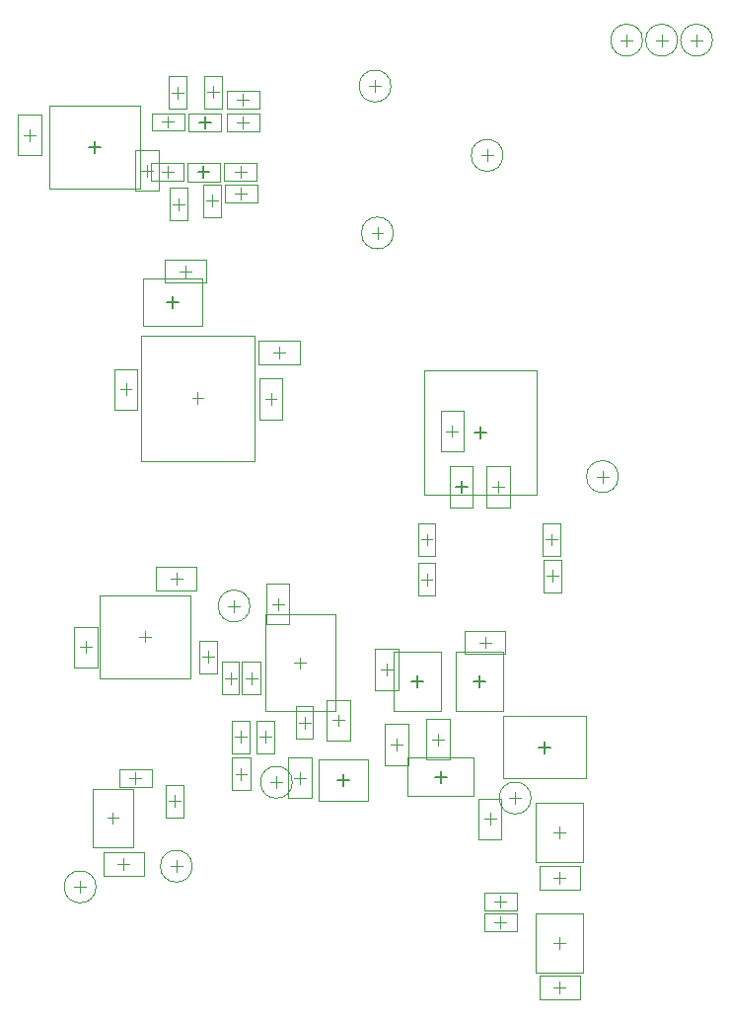
<source format=gbr>
G04 Layer_Color=32768*
%FSLAX26Y26*%
%MOIN*%
%TF.FileFunction,Other,Mechanical_15*%
%TF.Part,Single*%
G01*
G75*
%TA.AperFunction,NonConductor*%
%ADD51C,0.003937*%
%ADD53C,0.005000*%
%ADD81C,0.001968*%
D51*
X303465Y-2162207D02*
Y-2122837D01*
X283780Y-2142522D02*
X323150D01*
X598465Y-1077207D02*
Y-1037837D01*
X578780Y-1057522D02*
X618150D01*
X-170000Y241313D02*
Y280683D01*
X-189685Y260998D02*
X-150315D01*
X-1166535Y-2462207D02*
Y-2422837D01*
X-1186220Y-2442522D02*
X-1146850D01*
X680354Y396140D02*
Y435510D01*
X660669Y415825D02*
X700039D01*
X798465Y396140D02*
Y435510D01*
X778780Y415825D02*
X818150D01*
X916575Y396140D02*
Y435510D01*
X896890Y415825D02*
X936260D01*
X-841535Y-2392207D02*
Y-2352837D01*
X-861220Y-2372522D02*
X-821850D01*
X209000Y7313D02*
Y46683D01*
X189315Y26998D02*
X228685D01*
X-646307Y-1513892D02*
Y-1474522D01*
X-665992Y-1494207D02*
X-626622D01*
X-503307Y-2108892D02*
Y-2069522D01*
X-522992Y-2089207D02*
X-483622D01*
X-162000Y-254687D02*
Y-215317D01*
X-181685Y-235002D02*
X-142315D01*
X-635685Y214000D02*
X-596315D01*
X-616000Y194315D02*
Y233685D01*
X-635685Y139000D02*
X-596315D01*
X-616000Y119315D02*
Y158685D01*
X-643685Y-28000D02*
X-604315D01*
X-624000Y-47685D02*
Y-8315D01*
X-1146536Y-1652208D02*
Y-1612838D01*
X-1166220Y-1632522D02*
X-1126850D01*
X453464Y-2802206D02*
Y-2762836D01*
X433780Y-2782522D02*
X473150D01*
X453464Y-2652208D02*
Y-2612838D01*
X433780Y-2632522D02*
X473150D01*
X453464Y-2432206D02*
Y-2392836D01*
X433780Y-2412522D02*
X473150D01*
X453464Y-2277208D02*
Y-2237838D01*
X433780Y-2257522D02*
X473150D01*
X-1039126Y-2365152D02*
X-999756D01*
X-1019440Y-2384836D02*
Y-2345466D01*
X-1055740Y-2229726D02*
Y-2190356D01*
X-1075424Y-2210042D02*
X-1036054D01*
X-442714Y-1686748D02*
X-403344D01*
X-423030Y-1706434D02*
Y-1667064D01*
X-131030Y-1728434D02*
Y-1689064D01*
X-150716Y-1708748D02*
X-111346D01*
X218466Y-2232208D02*
Y-2192838D01*
X198782Y-2212522D02*
X238152D01*
X43694Y-1963890D02*
Y-1924520D01*
X24010Y-1944206D02*
X63380D01*
X182262Y-1617206D02*
X221632D01*
X201946Y-1636890D02*
Y-1597520D01*
X-96306Y-1981096D02*
Y-1941726D01*
X-115992Y-1961410D02*
X-76622D01*
X-423306Y-2093890D02*
Y-2054520D01*
X-442990Y-2074206D02*
X-403620D01*
X-1012000Y-782686D02*
Y-743316D01*
X-1031684Y-763002D02*
X-992314D01*
X-522000Y-814686D02*
Y-775316D01*
X-541684Y-795002D02*
X-502314D01*
X-830684Y-364002D02*
X-791314D01*
X-811000Y-383686D02*
Y-344316D01*
X-1338000Y76108D02*
Y115478D01*
X-1357684Y95794D02*
X-1318314D01*
X-940000Y-43686D02*
Y-4316D01*
X-959684Y-24002D02*
X-920314D01*
X246582Y-1111846D02*
Y-1072474D01*
X226896Y-1092160D02*
X266266D01*
X90716Y-923278D02*
Y-883908D01*
X71030Y-903592D02*
X110400D01*
X-293416Y-1899798D02*
Y-1860426D01*
X-313100Y-1880112D02*
X-273730D01*
X-498416Y-1507000D02*
Y-1467630D01*
X-518102Y-1487316D02*
X-478732D01*
X-860984Y-1402088D02*
X-821614D01*
X-841300Y-1421772D02*
Y-1382402D01*
X4694Y-1423890D02*
Y-1384520D01*
X-14990Y-1404206D02*
X24380D01*
X429694Y-1411890D02*
Y-1372520D01*
X410010Y-1392206D02*
X449380D01*
X426694Y-1289890D02*
Y-1250520D01*
X407010Y-1270206D02*
X446380D01*
X4694Y-1289890D02*
Y-1250520D01*
X-14990Y-1270206D02*
X24380D01*
X-967990Y-1597206D02*
X-928620D01*
X-948306Y-1616890D02*
Y-1577520D01*
X-856684Y239000D02*
X-817314D01*
X-837000Y219316D02*
Y258686D01*
X-623000Y-120684D02*
Y-81314D01*
X-642684Y-101000D02*
X-603314D01*
X-853684Y-138002D02*
X-814314D01*
X-834000Y-157686D02*
Y-118316D01*
X-871000Y-48702D02*
Y-9332D01*
X-890684Y-29018D02*
X-851314D01*
X-740684Y-126002D02*
X-701314D01*
X-721000Y-145686D02*
Y-106316D01*
X-736684Y241000D02*
X-697314D01*
X-717000Y221316D02*
Y260686D01*
X-870000Y120314D02*
Y159684D01*
X-889684Y139998D02*
X-850314D01*
X-678102Y-1737316D02*
X-638730D01*
X-658416Y-1757000D02*
Y-1717630D01*
X-642990Y-1936206D02*
X-603620D01*
X-623306Y-1955890D02*
Y-1916520D01*
X-754246Y-1665842D02*
X-714876D01*
X-734562Y-1685526D02*
Y-1646156D01*
X-560990Y-1936206D02*
X-521620D01*
X-541306Y-1955890D02*
Y-1916520D01*
X253464Y-2582208D02*
Y-2542838D01*
X233778Y-2562522D02*
X273148D01*
X253464Y-2512206D02*
Y-2472836D01*
X233780Y-2492522D02*
X273150D01*
X-428102Y-1887316D02*
X-388730D01*
X-408416Y-1907000D02*
Y-1867630D01*
X-769000Y-812686D02*
Y-773316D01*
X-788684Y-793002D02*
X-749314D01*
X-608100Y-1737316D02*
X-568730D01*
X-588416Y-1757002D02*
Y-1717630D01*
X-641990Y-2061206D02*
X-602620D01*
X-622306Y-2080890D02*
Y-2041520D01*
X-494000Y-658686D02*
Y-619316D01*
X-513684Y-639002D02*
X-474314D01*
X-866220Y-2152522D02*
X-826850D01*
X-846534Y-2172206D02*
Y-2132836D01*
X-979440Y-2094836D02*
Y-2055466D01*
X-999124Y-2075152D02*
X-959754D01*
D53*
X101898Y-1092160D02*
X141268D01*
X121582Y-1111846D02*
Y-1072476D01*
X-296392Y-2081922D02*
X-257022D01*
X-276708Y-2101608D02*
Y-2062238D01*
X-744000Y118316D02*
Y157686D01*
X-763686Y138002D02*
X-724316D01*
X-749000Y-48686D02*
Y-9316D01*
X-768686Y-29000D02*
X-729316D01*
X185716Y-927278D02*
Y-887908D01*
X166030Y-907592D02*
X205400D01*
X-1135662Y54456D02*
X-1096292D01*
X-1115976Y34770D02*
Y74140D01*
X183372Y-1768998D02*
Y-1729628D01*
X163686Y-1749314D02*
X203056D01*
X-26798Y-1767434D02*
Y-1728064D01*
X-46484Y-1747748D02*
X-7114D01*
X382742Y-1970702D02*
X422112D01*
X402426Y-1990386D02*
Y-1951016D01*
X32466Y-2071174D02*
X71836D01*
X52150Y-2090860D02*
Y-2051490D01*
X-872684Y-468002D02*
X-833314D01*
X-853000Y-487686D02*
Y-448316D01*
D81*
X357402Y-2142522D02*
G03*
X357402Y-2142522I-53937J0D01*
G01*
X652402Y-1057522D02*
G03*
X652402Y-1057522I-53937J0D01*
G01*
X-116063Y260998D02*
G03*
X-116063Y260998I-53937J0D01*
G01*
X-1112598Y-2442522D02*
G03*
X-1112598Y-2442522I-53937J0D01*
G01*
X734291Y415825D02*
G03*
X734291Y415825I-53937J0D01*
G01*
X852402D02*
G03*
X852402Y415825I-53937J0D01*
G01*
X970512D02*
G03*
X970512Y415825I-53937J0D01*
G01*
X-787598Y-2372522D02*
G03*
X-787598Y-2372522I-53937J0D01*
G01*
X262937Y26998D02*
G03*
X262937Y26998I-53937J0D01*
G01*
X-592370Y-1494207D02*
G03*
X-592370Y-1494207I-53937J0D01*
G01*
X-449370Y-2089207D02*
G03*
X-449370Y-2089207I-53937J0D01*
G01*
X-108063Y-235002D02*
G03*
X-108063Y-235002I-53937J0D01*
G01*
X-560882Y184472D02*
Y243528D01*
X-671118Y184472D02*
Y243528D01*
Y184472D02*
X-560882D01*
X-671118Y243528D02*
X-560882D01*
Y109472D02*
Y168528D01*
X-671118Y109472D02*
Y168528D01*
Y109472D02*
X-560882D01*
X-671118Y168528D02*
X-560882D01*
X-568882Y-57528D02*
Y1528D01*
X-679118Y-57528D02*
Y1528D01*
Y-57528D02*
X-568882D01*
X-679118Y1528D02*
X-568882D01*
X-1185906Y-1563626D02*
X-1107166D01*
X-1185906Y-1701420D02*
X-1107166D01*
Y-1563626D01*
X-1185906Y-1701420D02*
Y-1563626D01*
X384568Y-2821892D02*
X522362D01*
X384568Y-2743152D02*
X522362D01*
Y-2821892D02*
Y-2743152D01*
X384568Y-2821892D02*
Y-2743152D01*
X372756Y-2532128D02*
X534174D01*
X372756Y-2732916D02*
X534174D01*
Y-2532128D01*
X372756Y-2732916D02*
Y-2532128D01*
X384568Y-2451892D02*
X522362D01*
X384568Y-2373152D02*
X522362D01*
Y-2451892D02*
Y-2373152D01*
X384568Y-2451892D02*
Y-2373152D01*
X372756Y-2157128D02*
X534174D01*
X372756Y-2357916D02*
X534174D01*
Y-2157128D01*
X372756Y-2357916D02*
Y-2157128D01*
X-1088338Y-2404522D02*
Y-2325782D01*
X-950542Y-2404522D02*
Y-2325782D01*
X-1088338Y-2404522D02*
X-950542D01*
X-1088338Y-2325782D02*
X-950542D01*
X-1124638Y-2110632D02*
X-986842D01*
X-1124638Y-2309450D02*
X-986842D01*
X-1124638D02*
Y-2110632D01*
X-986842Y-2309450D02*
Y-2110632D01*
X-304920Y-1850134D02*
Y-1523364D01*
X-541140Y-1850134D02*
Y-1523364D01*
X-304920D01*
X-541140Y-1850134D02*
X-304920D01*
X-170400Y-1777646D02*
X-91660D01*
X-170400Y-1639852D02*
X-91660D01*
X-170400Y-1777646D02*
Y-1639852D01*
X-91660Y-1777646D02*
Y-1639852D01*
X179096Y-2143624D02*
X257836D01*
X179096Y-2281420D02*
X257836D01*
Y-2143624D01*
X179096Y-2281420D02*
Y-2143624D01*
X4324Y-2013104D02*
X83064D01*
X4324Y-1875308D02*
X83064D01*
Y-2013104D02*
Y-1875308D01*
X4324Y-2013104D02*
Y-1875308D01*
X270844Y-1656576D02*
Y-1577836D01*
X133048Y-1656576D02*
Y-1577836D01*
Y-1656576D02*
X270844D01*
X133048Y-1577836D02*
X270844D01*
X-135676Y-2030308D02*
X-56936D01*
X-135676Y-1892512D02*
X-56936D01*
X-135676Y-2030308D02*
Y-1892512D01*
X-56936Y-2030308D02*
Y-1892512D01*
X-462676Y-2143104D02*
X-383936D01*
X-462676Y-2005308D02*
X-383936D01*
X-462676Y-2143104D02*
Y-2005308D01*
X-383936Y-2143104D02*
Y-2005308D01*
X-1051370Y-694104D02*
X-972630D01*
X-1051370Y-831900D02*
X-972630D01*
Y-694104D01*
X-1051370Y-831900D02*
Y-694104D01*
X-561370Y-726104D02*
X-482630D01*
X-561370Y-863900D02*
X-482630D01*
Y-726104D01*
X-561370Y-863900D02*
Y-726104D01*
X-879898Y-403372D02*
Y-324632D01*
X-742102Y-403372D02*
Y-324632D01*
X-879898D02*
X-742102D01*
X-879898Y-403372D02*
X-742102D01*
X-1377370Y26896D02*
X-1298630D01*
X-1377370Y164692D02*
X-1298630D01*
X-1377370Y26896D02*
Y164692D01*
X-1298630Y26896D02*
Y164692D01*
X-979370Y44896D02*
X-900630D01*
X-979370Y-92900D02*
X-900630D01*
X-979370D02*
Y44896D01*
X-900630Y-92900D02*
Y44896D01*
X207212Y-1023262D02*
X285952D01*
X207212Y-1161058D02*
X285952D01*
X207212D02*
Y-1023262D01*
X285952Y-1161058D02*
Y-1023262D01*
X51346Y-972490D02*
X130086D01*
X51346Y-834696D02*
X130086D01*
Y-972490D02*
Y-834696D01*
X51346Y-972490D02*
Y-834696D01*
X-332786Y-1811214D02*
X-254046D01*
X-332786Y-1949010D02*
X-254046D01*
Y-1811214D01*
X-332786Y-1949010D02*
Y-1811214D01*
X-537786Y-1556214D02*
X-459046D01*
X-537786Y-1418418D02*
X-459046D01*
X-537786Y-1556214D02*
Y-1418418D01*
X-459046Y-1556214D02*
Y-1418418D01*
X-910198Y-1441458D02*
Y-1362718D01*
X-772402Y-1441458D02*
Y-1362718D01*
X-910198D02*
X-772402D01*
X-910198Y-1441458D02*
X-772402D01*
X-24834Y-1459324D02*
X34222D01*
X-24834Y-1349088D02*
X34222D01*
X-24834Y-1459324D02*
Y-1349088D01*
X34222Y-1459324D02*
Y-1349088D01*
X400166Y-1447324D02*
X459222D01*
X400166Y-1337088D02*
X459222D01*
X400166Y-1447324D02*
Y-1337088D01*
X459222Y-1447324D02*
Y-1337088D01*
X397166Y-1325324D02*
X456222D01*
X397166Y-1215088D02*
X456222D01*
X397166Y-1325324D02*
Y-1215088D01*
X456222Y-1325324D02*
Y-1215088D01*
X-24834Y-1325324D02*
X34222D01*
X-24834Y-1215088D02*
X34222D01*
X-24834Y-1325324D02*
Y-1215088D01*
X34222Y-1325324D02*
Y-1215088D01*
X-1101850Y-1736970D02*
Y-1457442D01*
X-794762Y-1736970D02*
Y-1457442D01*
X-1101850D02*
X-794762D01*
X-1101850Y-1736970D02*
X-794762D01*
X160952Y-1161058D02*
Y-1023262D01*
X82212Y-1161058D02*
Y-1023262D01*
Y-1161058D02*
X160952D01*
X82212Y-1023262D02*
X160952D01*
X-359384Y-2150820D02*
Y-2013024D01*
X-194030Y-2150820D02*
Y-2013024D01*
X-359384D02*
X-194030D01*
X-359384Y-2150820D02*
X-194030D01*
X-799118Y169498D02*
X-688882D01*
X-799118Y106504D02*
X-688882D01*
X-799118D02*
Y169498D01*
X-688882Y106504D02*
Y169498D01*
X-804118Y2496D02*
X-693882D01*
X-804118Y-60498D02*
X-693882D01*
X-804118D02*
Y2496D01*
X-693882Y-60498D02*
Y2496D01*
X-5230Y-696964D02*
X376660D01*
X-5230Y-1118222D02*
X376660D01*
X-5230D02*
Y-696964D01*
X376660Y-1118222D02*
Y-696964D01*
X-1269520Y-85308D02*
Y194218D01*
X-962432Y-85308D02*
Y194218D01*
X-1269520D02*
X-962432D01*
X-1269520Y-85308D02*
X-962432D01*
X102662Y-1849708D02*
X264080D01*
X102662Y-1648920D02*
X264080D01*
X102662Y-1849708D02*
Y-1648920D01*
X264080Y-1849708D02*
Y-1648920D01*
X-107508Y-1848142D02*
X53910D01*
X-107508Y-1647356D02*
X53910D01*
X-107508Y-1848142D02*
Y-1647356D01*
X53910Y-1848142D02*
Y-1647356D01*
X262662Y-2075032D02*
Y-1866370D01*
X542190Y-2075032D02*
Y-1866370D01*
X262662D02*
X542190D01*
X262662Y-2075032D02*
X542190D01*
X164356Y-2136134D02*
Y-2006214D01*
X-60054Y-2136134D02*
Y-2006214D01*
Y-2136134D02*
X164356D01*
X-60054Y-2006214D02*
X164356D01*
X-953394Y-548710D02*
Y-387294D01*
X-752606Y-548710D02*
Y-387294D01*
X-953394D02*
X-752606D01*
X-953394Y-548710D02*
X-752606D01*
X-866528Y183882D02*
Y294118D01*
X-807472Y183882D02*
Y294118D01*
X-866528Y183882D02*
X-807472D01*
X-866528Y294118D02*
X-807472D01*
X-678118Y-71472D02*
X-567882D01*
X-678118Y-130528D02*
X-567882D01*
X-678118D02*
Y-71472D01*
X-567882Y-130528D02*
Y-71472D01*
X-863528Y-193120D02*
Y-82884D01*
X-804472Y-193120D02*
Y-82884D01*
X-863528Y-193120D02*
X-804472D01*
X-863528Y-82884D02*
X-804472D01*
X-926118Y-58544D02*
X-815882D01*
X-926118Y510D02*
X-815882D01*
Y-58544D02*
Y510D01*
X-926118Y-58544D02*
Y510D01*
X-691472Y-181120D02*
Y-70884D01*
X-750528Y-181120D02*
Y-70884D01*
X-691472D01*
X-750528Y-181120D02*
X-691472D01*
X-746528Y185882D02*
Y296118D01*
X-687472Y185882D02*
Y296118D01*
X-746528Y185882D02*
X-687472D01*
X-746528Y296118D02*
X-687472D01*
X-925118Y169526D02*
X-814882D01*
X-925118Y110470D02*
X-814882D01*
X-925118D02*
Y169526D01*
X-814882Y110470D02*
Y169526D01*
X-628888Y-1792434D02*
Y-1682198D01*
X-687944Y-1792434D02*
Y-1682198D01*
X-628888D01*
X-687944Y-1792434D02*
X-628888D01*
X-593778Y-1991324D02*
Y-1881088D01*
X-652834Y-1991324D02*
Y-1881088D01*
X-593778D01*
X-652834Y-1991324D02*
X-593778D01*
X-705034Y-1720960D02*
Y-1610724D01*
X-764090Y-1720960D02*
Y-1610724D01*
X-705034D01*
X-764090Y-1720960D02*
X-705034D01*
X-511778Y-1991324D02*
Y-1881088D01*
X-570834Y-1991324D02*
Y-1881088D01*
X-511778D01*
X-570834Y-1991324D02*
X-511778D01*
X198346Y-2532994D02*
X308582D01*
X198346Y-2592050D02*
X308582D01*
X198346D02*
Y-2532994D01*
X308582Y-2592050D02*
Y-2532994D01*
X198346Y-2522050D02*
X308582D01*
X198346Y-2462994D02*
X308582D01*
Y-2522050D02*
Y-2462994D01*
X198346Y-2522050D02*
Y-2462994D01*
X-378888Y-1942434D02*
Y-1832198D01*
X-437944Y-1942434D02*
Y-1832198D01*
X-378888D01*
X-437944Y-1942434D02*
X-378888D01*
X-959944Y-1003632D02*
X-578054D01*
X-959944Y-582372D02*
X-578054D01*
Y-1003632D02*
Y-582372D01*
X-959944Y-1003632D02*
Y-582372D01*
X-619912Y-1792434D02*
Y-1682198D01*
X-556920Y-1792434D02*
Y-1682198D01*
X-619912Y-1792434D02*
X-556920D01*
X-619912Y-1682198D02*
X-556920D01*
X-590810Y-2116324D02*
Y-2006088D01*
X-653802Y-2116324D02*
Y-2006088D01*
X-590810D01*
X-653802Y-2116324D02*
X-590810D01*
X-562898Y-678372D02*
X-425102D01*
X-562898Y-599632D02*
X-425102D01*
Y-678372D02*
Y-599632D01*
X-562898Y-678372D02*
Y-599632D01*
X-817006Y-2207640D02*
Y-2097404D01*
X-876062Y-2207640D02*
Y-2097404D01*
X-817006D01*
X-876062Y-2207640D02*
X-817006D01*
X-1034558Y-2045624D02*
X-924322D01*
X-1034558Y-2104680D02*
X-924322D01*
Y-2045624D01*
X-1034558Y-2104680D02*
Y-2045624D01*
%TF.MD5,d01ba9e80619051ff1b263690d111285*%
M02*

</source>
